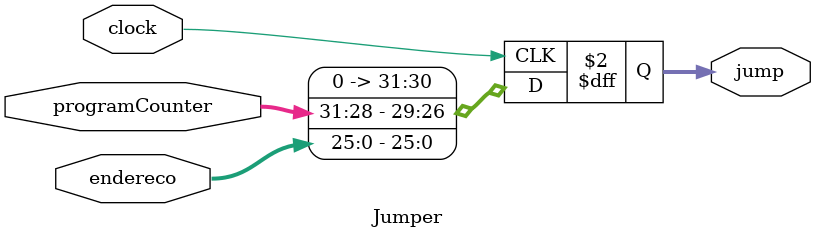
<source format=v>
/*
Nesse módulo usarei somente o valor do PC e o valor de uma parte do dado proveniente da memoria 
Eu concatenarei parte desses dois valores

- endereco
	Esse dado é retirado da memória
	Excluimos os seus 7 primeiros bits, pois eles são o Opcode
	para corrrigir essa defasagem concatenamos ele com os 7 primeiro bits do Program Counter
	
- programCOunter
	Esse é o valor atual do Program counter
	Seus 7 primeiros bits serão concatenados com o endereço (endereco)
	Tive que usar um registrador auxiliar para fazer isso
	
- jump 
	ele é o valor de saída que será gravado no PC
	é resultado da concatenação do PC com o Dado da memória

*/

module Jumper 
	(
	input clock,
	input [25:0] endereco,
	input [31:0] programCounter,
	
	output reg [31:0] jump
	);

	always @(posedge clock) begin
		jump <= {programCounter[31:28], endereco};
	end

endmodule
</source>
